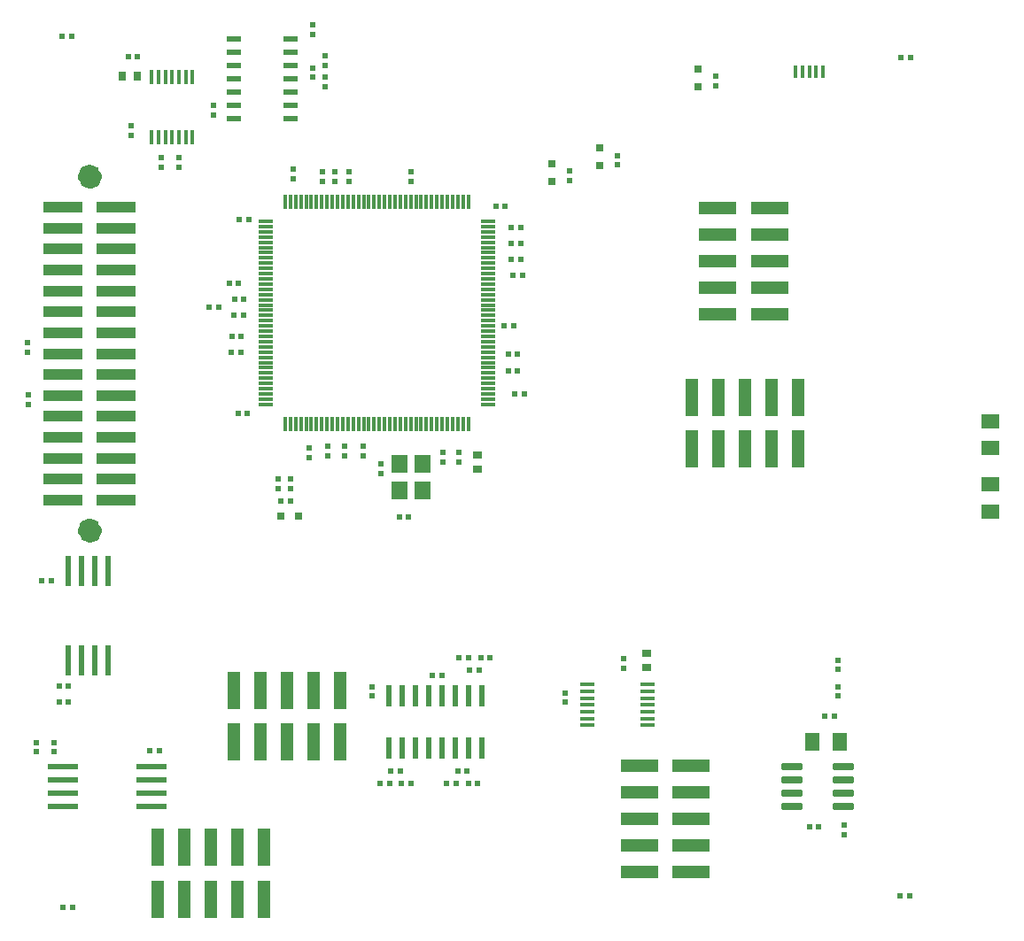
<source format=gbr>
%TF.GenerationSoftware,Altium Limited,Altium Designer,21.8.1 (53)*%
G04 Layer_Color=8421504*
%FSLAX45Y45*%
%MOMM*%
%TF.SameCoordinates,27AF3B28-2B88-43EB-8C06-45BE792F9E07*%
%TF.FilePolarity,Positive*%
%TF.FileFunction,Paste,Top*%
%TF.Part,Single*%
G01*
G75*
%TA.AperFunction,SMDPad,CuDef*%
%ADD10R,0.55000X0.55000*%
%ADD11R,0.55000X0.55000*%
%ADD12R,1.35000X0.35000*%
%ADD13R,0.35000X1.35000*%
%ADD14R,0.45000X1.30000*%
%ADD15R,1.50000X1.70000*%
G04:AMPARAMS|DCode=16|XSize=1.98mm|YSize=0.53mm|CornerRadius=0.06625mm|HoleSize=0mm|Usage=FLASHONLY|Rotation=90.000|XOffset=0mm|YOffset=0mm|HoleType=Round|Shape=RoundedRectangle|*
%AMROUNDEDRECTD16*
21,1,1.98000,0.39750,0,0,90.0*
21,1,1.84750,0.53000,0,0,90.0*
1,1,0.13250,0.19875,0.92375*
1,1,0.13250,0.19875,-0.92375*
1,1,0.13250,-0.19875,-0.92375*
1,1,0.13250,-0.19875,0.92375*
%
%ADD16ROUNDEDRECTD16*%
%ADD17R,1.40000X0.35000*%
G04:AMPARAMS|DCode=18|XSize=1.97mm|YSize=0.6mm|CornerRadius=0.075mm|HoleSize=0mm|Usage=FLASHONLY|Rotation=0.000|XOffset=0mm|YOffset=0mm|HoleType=Round|Shape=RoundedRectangle|*
%AMROUNDEDRECTD18*
21,1,1.97000,0.45000,0,0,0.0*
21,1,1.82000,0.60000,0,0,0.0*
1,1,0.15000,0.91000,-0.22500*
1,1,0.15000,-0.91000,-0.22500*
1,1,0.15000,-0.91000,0.22500*
1,1,0.15000,0.91000,0.22500*
%
%ADD18ROUNDEDRECTD18*%
%ADD19R,1.46050X0.53340*%
%ADD20R,0.35000X1.40000*%
%ADD21R,0.60000X3.00000*%
%ADD22R,3.00000X0.60000*%
%ADD23R,3.80000X1.02000*%
%ADD24R,1.27000X3.68000*%
%ADD25R,3.68000X1.27000*%
%ADD26R,0.80000X0.80000*%
%ADD27R,0.80000X0.80000*%
%ADD28R,0.90000X0.80000*%
%ADD29R,1.40000X1.80000*%
%ADD30R,0.80000X0.90000*%
%ADD31R,1.80000X1.40000*%
%TA.AperFunction,NonConductor*%
%ADD97C,1.14500*%
D10*
X3811100Y4127500D02*
D03*
X3721100D02*
D03*
X4037500Y2613660D02*
D03*
X4127500D02*
D03*
X4395640Y2667000D02*
D03*
X4485640D02*
D03*
X558800Y2514600D02*
D03*
X468800D02*
D03*
X2190200Y6972300D02*
D03*
X2280200D02*
D03*
X2235200Y6210300D02*
D03*
X2145200D02*
D03*
X1993900Y6134100D02*
D03*
X1903900D02*
D03*
X2229400Y6057900D02*
D03*
X2139400D02*
D03*
X2114000Y5702300D02*
D03*
X2204000D02*
D03*
X4762500Y5524500D02*
D03*
X4852500D02*
D03*
X4762500Y5689600D02*
D03*
X4852500D02*
D03*
X4498340Y2781300D02*
D03*
X4588340D02*
D03*
X558800Y2362200D02*
D03*
X468800D02*
D03*
X4294040Y2781300D02*
D03*
X4384040D02*
D03*
X4379680Y1584960D02*
D03*
X4469680D02*
D03*
X4278080Y1699260D02*
D03*
X4368080D02*
D03*
X4174660Y1584960D02*
D03*
X4264660D02*
D03*
X3629660D02*
D03*
X3539660D02*
D03*
X3730540Y1699260D02*
D03*
X3640540D02*
D03*
X3833960Y1584960D02*
D03*
X3743960D02*
D03*
X4793700Y6591300D02*
D03*
X4883700D02*
D03*
X4793700Y6743700D02*
D03*
X4883700D02*
D03*
X4793700Y6896100D02*
D03*
X4883700D02*
D03*
X8599000Y508000D02*
D03*
X8509000D02*
D03*
X506900Y393700D02*
D03*
X596900D02*
D03*
X8604800Y8521700D02*
D03*
X8514800D02*
D03*
X501100Y8724900D02*
D03*
X591100D02*
D03*
X2590800Y4284980D02*
D03*
X2680800D02*
D03*
X7790900Y2222500D02*
D03*
X7880900D02*
D03*
X7731760Y1165860D02*
D03*
X7641760D02*
D03*
X1130300Y8534400D02*
D03*
X1220300D02*
D03*
X304800Y3517900D02*
D03*
X394800D02*
D03*
X1429300Y1892300D02*
D03*
X1339300D02*
D03*
X2270040Y5125720D02*
D03*
X2180040D02*
D03*
X2209800Y5854700D02*
D03*
X2119800D02*
D03*
X2184400Y6362700D02*
D03*
X2094400D02*
D03*
X4643120Y7099300D02*
D03*
X4733120D02*
D03*
X4806400Y6438900D02*
D03*
X4896400D02*
D03*
X4724400Y5956300D02*
D03*
X4814400D02*
D03*
X4824900Y5308600D02*
D03*
X4914900D02*
D03*
D11*
X3012440Y8453120D02*
D03*
Y8543120D02*
D03*
X7975600Y1181100D02*
D03*
Y1091100D02*
D03*
X5803900Y7588800D02*
D03*
Y7498800D02*
D03*
X6743700Y8253900D02*
D03*
Y8343900D02*
D03*
X5346700Y7352200D02*
D03*
Y7442200D02*
D03*
X1943100Y8064500D02*
D03*
Y7974500D02*
D03*
X2895600Y8427000D02*
D03*
Y8337000D02*
D03*
X419100Y1885400D02*
D03*
Y1975400D02*
D03*
X2987040Y7431320D02*
D03*
Y7341320D02*
D03*
X3103880Y7431320D02*
D03*
Y7341320D02*
D03*
X177800Y5295900D02*
D03*
Y5205900D02*
D03*
X165100Y5798100D02*
D03*
Y5708100D02*
D03*
X7912100Y2672800D02*
D03*
Y2762800D02*
D03*
Y2508800D02*
D03*
Y2418800D02*
D03*
X1447800Y7569200D02*
D03*
Y7479200D02*
D03*
X1612900Y7569200D02*
D03*
Y7479200D02*
D03*
X254000Y1885400D02*
D03*
Y1975400D02*
D03*
X3035300Y4717500D02*
D03*
Y4807500D02*
D03*
X3200400Y4807500D02*
D03*
Y4717500D02*
D03*
X3012440Y8338100D02*
D03*
Y8248100D02*
D03*
X2682240Y4491820D02*
D03*
Y4401820D02*
D03*
X2565400Y4491820D02*
D03*
Y4401820D02*
D03*
X3462020Y2508800D02*
D03*
Y2418800D02*
D03*
X5306060Y2357840D02*
D03*
Y2447840D02*
D03*
X5867400Y2772960D02*
D03*
Y2682960D02*
D03*
X2895600Y8837760D02*
D03*
Y8747760D02*
D03*
X1155700Y7784000D02*
D03*
Y7874000D02*
D03*
X3543300Y4545500D02*
D03*
Y4635500D02*
D03*
X2705100Y7366000D02*
D03*
Y7456000D02*
D03*
X3238500Y7340600D02*
D03*
Y7430600D02*
D03*
X3835400Y7340600D02*
D03*
Y7430600D02*
D03*
X3378200Y4807500D02*
D03*
Y4717500D02*
D03*
X2857500Y4787900D02*
D03*
Y4697900D02*
D03*
X4140200Y4749800D02*
D03*
Y4659800D02*
D03*
X4292600Y4749800D02*
D03*
Y4659800D02*
D03*
D12*
X2442700Y5208300D02*
D03*
Y5258300D02*
D03*
Y5308300D02*
D03*
Y5358300D02*
D03*
Y5408300D02*
D03*
Y5458300D02*
D03*
Y5508300D02*
D03*
Y5558300D02*
D03*
Y5608300D02*
D03*
Y5658300D02*
D03*
Y5708300D02*
D03*
Y5758300D02*
D03*
Y5808300D02*
D03*
Y5858300D02*
D03*
Y5908300D02*
D03*
Y5958300D02*
D03*
Y6008300D02*
D03*
Y6058300D02*
D03*
Y6108300D02*
D03*
Y6158300D02*
D03*
Y6208300D02*
D03*
Y6258300D02*
D03*
Y6308300D02*
D03*
Y6358300D02*
D03*
Y6408300D02*
D03*
Y6458300D02*
D03*
Y6508300D02*
D03*
Y6558300D02*
D03*
Y6608300D02*
D03*
Y6658300D02*
D03*
Y6708300D02*
D03*
Y6758300D02*
D03*
Y6808300D02*
D03*
Y6858300D02*
D03*
Y6908300D02*
D03*
Y6958300D02*
D03*
X4567700D02*
D03*
Y6908300D02*
D03*
Y6858300D02*
D03*
Y6808300D02*
D03*
Y6758300D02*
D03*
Y6708300D02*
D03*
Y6658300D02*
D03*
Y6608300D02*
D03*
Y6558300D02*
D03*
Y6508300D02*
D03*
Y6458300D02*
D03*
Y6408300D02*
D03*
Y6358300D02*
D03*
Y6308300D02*
D03*
Y6258300D02*
D03*
Y6208300D02*
D03*
Y6158300D02*
D03*
Y6108300D02*
D03*
Y6058300D02*
D03*
Y6008300D02*
D03*
Y5958300D02*
D03*
Y5908300D02*
D03*
Y5858300D02*
D03*
Y5808300D02*
D03*
Y5758300D02*
D03*
Y5708300D02*
D03*
Y5658300D02*
D03*
Y5608300D02*
D03*
Y5558300D02*
D03*
Y5508300D02*
D03*
Y5458300D02*
D03*
Y5408300D02*
D03*
Y5358300D02*
D03*
Y5308300D02*
D03*
Y5258300D02*
D03*
Y5208300D02*
D03*
D13*
X2630200Y7145800D02*
D03*
X2680200D02*
D03*
X2730200D02*
D03*
X2780200D02*
D03*
X2830200D02*
D03*
X2880200D02*
D03*
X2930200D02*
D03*
X2980200D02*
D03*
X3030200D02*
D03*
X3080200D02*
D03*
X3130200D02*
D03*
X3180200D02*
D03*
X3230200D02*
D03*
X3280200D02*
D03*
X3330200D02*
D03*
X3380200D02*
D03*
X3430200D02*
D03*
X3480200D02*
D03*
X3530200D02*
D03*
X3580200D02*
D03*
X3630200D02*
D03*
X3680200D02*
D03*
X3730200D02*
D03*
X3780200D02*
D03*
X3830200D02*
D03*
X3880200D02*
D03*
X3930200D02*
D03*
X3980200D02*
D03*
X4030200D02*
D03*
X4080200D02*
D03*
X4130200D02*
D03*
X4180200D02*
D03*
X4230200D02*
D03*
X4280200D02*
D03*
X4330200D02*
D03*
X4380200D02*
D03*
Y5020800D02*
D03*
X4330200D02*
D03*
X4280200D02*
D03*
X4230200D02*
D03*
X4180200D02*
D03*
X4130200D02*
D03*
X4080200D02*
D03*
X4030200D02*
D03*
X3980200D02*
D03*
X3930200D02*
D03*
X3880200D02*
D03*
X3830200D02*
D03*
X3780200D02*
D03*
X3730200D02*
D03*
X3680200D02*
D03*
X3630200D02*
D03*
X3580200D02*
D03*
X3530200D02*
D03*
X3480200D02*
D03*
X3430200D02*
D03*
X3380200D02*
D03*
X3330200D02*
D03*
X3280200D02*
D03*
X3230200D02*
D03*
X3180200D02*
D03*
X3130200D02*
D03*
X3080200D02*
D03*
X3030200D02*
D03*
X2980200D02*
D03*
X2930200D02*
D03*
X2880200D02*
D03*
X2830200D02*
D03*
X2780200D02*
D03*
X2730200D02*
D03*
X2680200D02*
D03*
X2630200D02*
D03*
D14*
X7511400Y8391300D02*
D03*
X7576400D02*
D03*
X7641400D02*
D03*
X7706400D02*
D03*
X7771400D02*
D03*
D15*
X3721100Y4381500D02*
D03*
Y4635500D02*
D03*
X3941100D02*
D03*
Y4381500D02*
D03*
D16*
X3620320Y2418320D02*
D03*
X3747320D02*
D03*
X3874320D02*
D03*
X4001320D02*
D03*
X4128320D02*
D03*
X4255320D02*
D03*
X4382320D02*
D03*
X4509320D02*
D03*
Y1925320D02*
D03*
X4382320D02*
D03*
X4255320D02*
D03*
X4128320D02*
D03*
X4001320D02*
D03*
X3874320D02*
D03*
X3747320D02*
D03*
X3620320D02*
D03*
D17*
X5516400Y2464260D02*
D03*
Y2399260D02*
D03*
Y2334260D02*
D03*
X6091400Y2139260D02*
D03*
X5516400D02*
D03*
Y2204260D02*
D03*
Y2269260D02*
D03*
X6091400Y2204260D02*
D03*
Y2269260D02*
D03*
Y2334260D02*
D03*
Y2399260D02*
D03*
Y2464260D02*
D03*
Y2529260D02*
D03*
X5516400D02*
D03*
D18*
X7474600Y1739900D02*
D03*
Y1612900D02*
D03*
Y1485900D02*
D03*
Y1358900D02*
D03*
X7968600D02*
D03*
Y1485900D02*
D03*
Y1612900D02*
D03*
Y1739900D02*
D03*
D19*
X2140585Y8699500D02*
D03*
Y8572500D02*
D03*
Y8445500D02*
D03*
Y8318500D02*
D03*
Y8191500D02*
D03*
Y8064500D02*
D03*
Y7937500D02*
D03*
X2685415D02*
D03*
Y8064500D02*
D03*
Y8191500D02*
D03*
Y8318500D02*
D03*
Y8445500D02*
D03*
Y8572500D02*
D03*
Y8699500D02*
D03*
D20*
X1419400Y7764300D02*
D03*
X1484400D02*
D03*
X1549400D02*
D03*
X1744400Y8339300D02*
D03*
Y7764300D02*
D03*
X1679400D02*
D03*
X1614400D02*
D03*
X1679400Y8339300D02*
D03*
X1614400D02*
D03*
X1549400D02*
D03*
X1484400D02*
D03*
X1419400D02*
D03*
X1354400D02*
D03*
Y7764300D02*
D03*
D21*
X939800Y3612700D02*
D03*
X812800D02*
D03*
X685800D02*
D03*
X558800D02*
D03*
X812800Y2762700D02*
D03*
X685800D02*
D03*
X939800D02*
D03*
X558800D02*
D03*
D22*
X1352100Y1358900D02*
D03*
Y1485900D02*
D03*
Y1612900D02*
D03*
Y1739900D02*
D03*
X502100Y1485900D02*
D03*
Y1612900D02*
D03*
Y1358900D02*
D03*
Y1739900D02*
D03*
D23*
X1016000Y4292800D02*
D03*
X509000D02*
D03*
X1016000Y4492800D02*
D03*
X509000D02*
D03*
X1016000Y4692800D02*
D03*
X509000D02*
D03*
X1016000Y4892800D02*
D03*
X509000D02*
D03*
X1016000Y5092800D02*
D03*
X509000D02*
D03*
X1016000Y5292800D02*
D03*
X509000D02*
D03*
X1016000Y5492800D02*
D03*
X509000D02*
D03*
X1016000Y5692800D02*
D03*
X509000D02*
D03*
X1016000Y5892800D02*
D03*
X509000D02*
D03*
X1016000Y6092800D02*
D03*
X509000D02*
D03*
X1016000Y6292800D02*
D03*
X509000D02*
D03*
X1016000Y6492800D02*
D03*
X509000D02*
D03*
X1016000Y6692800D02*
D03*
X509000D02*
D03*
X1016000Y6892800D02*
D03*
X509000D02*
D03*
X1016000Y7092800D02*
D03*
X509000D02*
D03*
D24*
X2138680Y1976420D02*
D03*
Y2471420D02*
D03*
X2392680Y1976420D02*
D03*
Y2471420D02*
D03*
X2646680Y1976420D02*
D03*
Y2471420D02*
D03*
X2900680Y1976420D02*
D03*
Y2471420D02*
D03*
X3154680Y1976420D02*
D03*
Y2471420D02*
D03*
X6515100Y4781700D02*
D03*
Y5276700D02*
D03*
X6769100Y4781700D02*
D03*
Y5276700D02*
D03*
X7023100Y4781700D02*
D03*
Y5276700D02*
D03*
X7277100Y4781700D02*
D03*
Y5276700D02*
D03*
X7531100Y4781700D02*
D03*
Y5276700D02*
D03*
X2425700Y968860D02*
D03*
Y473860D02*
D03*
X2171700Y968860D02*
D03*
Y473860D02*
D03*
X1917700Y968860D02*
D03*
Y473860D02*
D03*
X1663700Y968860D02*
D03*
Y473860D02*
D03*
X1409700Y968860D02*
D03*
Y473860D02*
D03*
D25*
X6013600Y1752600D02*
D03*
X6508600D02*
D03*
X6013600Y1498600D02*
D03*
X6508600D02*
D03*
X6013600Y1244600D02*
D03*
X6508600D02*
D03*
X6013600Y990600D02*
D03*
X6508600D02*
D03*
X6013600Y736600D02*
D03*
X6508600D02*
D03*
X7257900Y6070600D02*
D03*
X6762900D02*
D03*
X7257900Y6324600D02*
D03*
X6762900D02*
D03*
X7257900Y6578600D02*
D03*
X6762900D02*
D03*
X7257900Y6832600D02*
D03*
X6762900D02*
D03*
X7257900Y7086600D02*
D03*
X6762900D02*
D03*
D26*
X5638800Y7658100D02*
D03*
Y7493100D02*
D03*
X6578600Y8413700D02*
D03*
Y8248700D02*
D03*
X5181600Y7505700D02*
D03*
Y7340700D02*
D03*
D27*
X2755900Y4142740D02*
D03*
X2590900D02*
D03*
D28*
X6083300Y2689860D02*
D03*
Y2829860D02*
D03*
X4470400Y4724400D02*
D03*
Y4584400D02*
D03*
D29*
X7927800Y1981200D02*
D03*
X7667800D02*
D03*
D30*
X1213000Y8343900D02*
D03*
X1073000D02*
D03*
D31*
X9372600Y4445000D02*
D03*
Y4185000D02*
D03*
Y4787900D02*
D03*
Y5047900D02*
D03*
D97*
X819750Y4000300D02*
G03*
X819750Y4000300I-57250J0D01*
G01*
Y7385300D02*
G03*
X819750Y7385300I-57250J0D01*
G01*
%TF.MD5,3bf01a1a9e7ec79701a5c3edba0f8f1c*%
M02*

</source>
